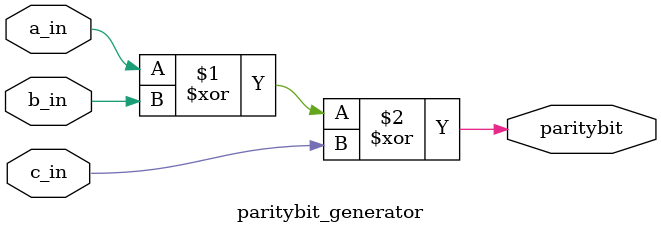
<source format=v>
module paritybit_generator (
	input a_in ,
	input b_in ,
	input c_in ,
	output paritybit 
);

assign paritybit = a_in ^ b_in ^ c_in ;

endmodule

</source>
